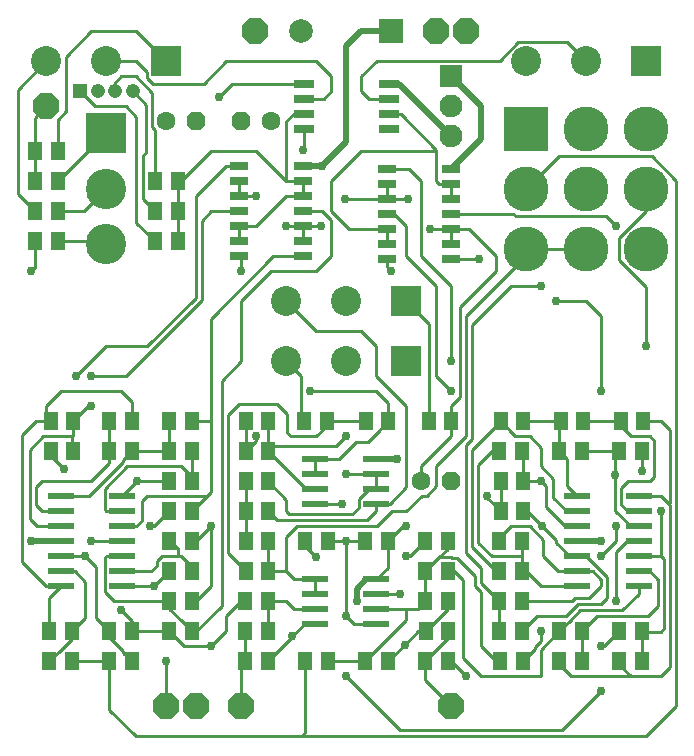
<source format=gbr>
G04 EAGLE Gerber RS-274X export*
G75*
%MOMM*%
%FSLAX34Y34*%
%LPD*%
%INTop Copper*%
%IPPOS*%
%AMOC8*
5,1,8,0,0,1.08239X$1,22.5*%
G01*
%ADD10P,2.336880X8X22.500000*%
%ADD11R,1.300000X1.500000*%
%ADD12P,1.732040X8X22.500000*%
%ADD13C,1.600200*%
%ADD14P,1.732040X8X202.500000*%
%ADD15C,2.000000*%
%ADD16R,2.000000X2.000000*%
%ADD17R,2.200000X0.600000*%
%ADD18R,1.930400X1.930400*%
%ADD19C,1.930400*%
%ADD20R,2.540000X2.540000*%
%ADD21C,2.540000*%
%ADD22R,3.416000X3.416000*%
%ADD23C,3.416000*%
%ADD24R,1.528000X0.650000*%
%ADD25R,1.208000X1.208000*%
%ADD26C,1.208000*%
%ADD27R,1.750000X0.650000*%
%ADD28R,3.816000X3.816000*%
%ADD29C,3.816000*%
%ADD30C,0.254000*%
%ADD31C,0.756400*%
%ADD32C,0.508000*%


D10*
X214630Y736600D03*
D11*
X206400Y228600D03*
X225400Y228600D03*
D12*
X165100Y660400D03*
D13*
X139700Y660400D03*
D11*
X308000Y203200D03*
X327000Y203200D03*
D14*
X203200Y660400D03*
D13*
X228600Y660400D03*
D12*
X381000Y355600D03*
D13*
X355600Y355600D03*
D15*
X254000Y736600D03*
D16*
X330200Y736600D03*
D10*
X393700Y736600D03*
X38100Y673100D03*
X368300Y736600D03*
D17*
X50200Y330200D03*
X102200Y330200D03*
X50200Y342900D03*
X50200Y317500D03*
X50200Y304800D03*
X102200Y342900D03*
X102200Y317500D03*
X102200Y304800D03*
X50200Y279400D03*
X102200Y279400D03*
X50200Y292100D03*
X50200Y266700D03*
X102200Y292100D03*
X102200Y266700D03*
D10*
X203200Y165100D03*
X165100Y165100D03*
X381000Y165100D03*
D11*
X225400Y203200D03*
X206400Y203200D03*
X377800Y279400D03*
X358800Y279400D03*
X257200Y203200D03*
X276200Y203200D03*
X358800Y304800D03*
X377800Y304800D03*
X206400Y254000D03*
X225400Y254000D03*
X358800Y254000D03*
X377800Y254000D03*
X377800Y203200D03*
X358800Y203200D03*
X130200Y609600D03*
X149200Y609600D03*
X308000Y304800D03*
X327000Y304800D03*
X257200Y304800D03*
X276200Y304800D03*
X28600Y584200D03*
X47600Y584200D03*
X47600Y609600D03*
X28600Y609600D03*
X47600Y558800D03*
X28600Y558800D03*
D18*
X381000Y698500D03*
D19*
X381000Y673100D03*
X381000Y647700D03*
D20*
X139700Y711200D03*
D21*
X88900Y711200D03*
X38100Y711200D03*
D10*
X139700Y165100D03*
D22*
X88900Y650240D03*
D23*
X88900Y603250D03*
X88900Y556260D03*
D24*
X201490Y622300D03*
X201490Y609600D03*
X201490Y596900D03*
X201490Y584200D03*
X201490Y571500D03*
X201490Y558800D03*
X201490Y546100D03*
X255710Y546100D03*
X255710Y558800D03*
X255710Y571500D03*
X255710Y584200D03*
X255710Y596900D03*
X255710Y609600D03*
X255710Y622300D03*
D11*
X47600Y635000D03*
X28600Y635000D03*
D25*
X66400Y685800D03*
D26*
X81400Y685800D03*
X96400Y685800D03*
X111400Y685800D03*
D11*
X130200Y558800D03*
X149200Y558800D03*
X130200Y584200D03*
X149200Y584200D03*
D24*
X326780Y619900D03*
X326780Y607200D03*
X326780Y594500D03*
X326780Y581800D03*
X326780Y569100D03*
X326780Y556400D03*
X326780Y543700D03*
X381000Y543700D03*
X381000Y556400D03*
X381000Y569100D03*
X381000Y581800D03*
X381000Y594500D03*
X381000Y607200D03*
X381000Y619900D03*
D17*
X265500Y260350D03*
X317500Y260350D03*
X265500Y273050D03*
X265500Y247650D03*
X265500Y234950D03*
X317500Y273050D03*
X317500Y247650D03*
X317500Y234950D03*
X265570Y361950D03*
X317570Y361950D03*
X265570Y374650D03*
X265570Y349250D03*
X265570Y336550D03*
X317570Y374650D03*
X317570Y349250D03*
X317570Y336550D03*
D11*
X40690Y203200D03*
X59690Y203200D03*
X91490Y203200D03*
X110490Y203200D03*
X40690Y228600D03*
X59690Y228600D03*
X91490Y228600D03*
X110490Y228600D03*
X91490Y406400D03*
X110490Y406400D03*
X41960Y406400D03*
X60960Y406400D03*
X60910Y381000D03*
X41910Y381000D03*
X110440Y381000D03*
X91440Y381000D03*
X161240Y381000D03*
X142240Y381000D03*
X142290Y406400D03*
X161290Y406400D03*
X161240Y330200D03*
X142240Y330200D03*
X142290Y355600D03*
X161290Y355600D03*
X142290Y304800D03*
X161290Y304800D03*
X161240Y254000D03*
X142240Y254000D03*
X161240Y228600D03*
X142240Y228600D03*
X142290Y279400D03*
X161290Y279400D03*
D17*
X487750Y330200D03*
X539750Y330200D03*
X487750Y342900D03*
X487750Y317500D03*
X487750Y304800D03*
X539750Y342900D03*
X539750Y317500D03*
X539750Y304800D03*
X487750Y279400D03*
X539750Y279400D03*
X487750Y292100D03*
X487750Y266700D03*
X539750Y292100D03*
X539750Y266700D03*
D11*
X440640Y254000D03*
X421640Y254000D03*
X421690Y228600D03*
X440690Y228600D03*
X440640Y304800D03*
X421640Y304800D03*
X441910Y330200D03*
X422910Y330200D03*
X421690Y279400D03*
X440690Y279400D03*
X421690Y381000D03*
X440690Y381000D03*
X441910Y355600D03*
X422910Y355600D03*
X441910Y406400D03*
X422910Y406400D03*
X492710Y406400D03*
X473710Y406400D03*
X472490Y381000D03*
X491490Y381000D03*
X523290Y381000D03*
X542290Y381000D03*
X543510Y406400D03*
X524510Y406400D03*
X491440Y203200D03*
X472440Y203200D03*
X523290Y203200D03*
X542290Y203200D03*
X542240Y228600D03*
X523240Y228600D03*
X472490Y228600D03*
X491490Y228600D03*
X207060Y279400D03*
X226060Y279400D03*
X256590Y406400D03*
X275590Y406400D03*
D20*
X342900Y457200D03*
D21*
X292100Y457200D03*
X241300Y457200D03*
D20*
X342900Y508000D03*
D21*
X292100Y508000D03*
X241300Y508000D03*
D11*
X308660Y406400D03*
X327660Y406400D03*
X226010Y381000D03*
X207010Y381000D03*
X207060Y406400D03*
X226060Y406400D03*
X226010Y304800D03*
X207010Y304800D03*
X207060Y330200D03*
X226060Y330200D03*
X362000Y406400D03*
X381000Y406400D03*
X226010Y355600D03*
X207010Y355600D03*
D20*
X546100Y711200D03*
D21*
X495300Y711200D03*
X444500Y711200D03*
D11*
X359460Y228600D03*
X378460Y228600D03*
D27*
X255850Y692150D03*
X255850Y679450D03*
X255850Y666750D03*
X255850Y654050D03*
X328350Y654050D03*
X328350Y666750D03*
X328350Y679450D03*
X328350Y692150D03*
D11*
X441300Y203200D03*
X422300Y203200D03*
D28*
X444500Y654050D03*
D29*
X444500Y603250D03*
X444500Y552450D03*
X495300Y654050D03*
X495300Y603250D03*
X495300Y552450D03*
X546100Y654050D03*
X546100Y603250D03*
X546100Y552450D03*
D30*
X225400Y254000D02*
X225400Y228600D01*
X247650Y247650D02*
X265500Y247650D01*
X247650Y247650D02*
X241300Y254000D01*
X225400Y254000D01*
X203200Y544390D02*
X201490Y546100D01*
X203200Y544390D02*
X203200Y533400D01*
D31*
X203200Y533400D03*
D30*
X326780Y536820D02*
X326780Y543700D01*
X326780Y536820D02*
X330200Y533400D01*
D31*
X330200Y533400D03*
X246380Y224642D03*
D30*
X246380Y224180D02*
X225400Y203200D01*
X246380Y224180D02*
X246380Y224642D01*
X265570Y336550D02*
X288290Y336550D01*
D31*
X288290Y336550D03*
D30*
X102200Y304800D02*
X76200Y304800D01*
D31*
X76200Y304800D03*
D30*
X255850Y636850D02*
X255850Y654050D01*
X255850Y636850D02*
X255270Y636270D01*
D31*
X255270Y636270D03*
D30*
X225400Y203200D02*
X228600Y200000D01*
X377800Y203200D02*
X381000Y203200D01*
X393700Y190500D01*
D31*
X393700Y190500D03*
D30*
X139700Y203200D02*
X139700Y165100D01*
D31*
X139700Y203200D03*
D30*
X529590Y304800D02*
X539750Y304800D01*
X529590Y304800D02*
X520700Y295910D01*
X520700Y254000D01*
D31*
X520700Y254000D03*
D30*
X257200Y300859D02*
X257200Y304800D01*
X257200Y300859D02*
X266330Y291730D01*
D31*
X266330Y291730D03*
D30*
X265500Y234950D02*
X256688Y234950D01*
X246380Y224642D01*
X28600Y609600D02*
X28600Y635000D01*
X28600Y663600D01*
X38100Y673100D01*
X28600Y558800D02*
X28600Y536600D01*
X25400Y533400D01*
D31*
X25400Y533400D03*
D30*
X326780Y594500D02*
X326780Y607200D01*
X381000Y569100D02*
X381000Y556400D01*
X255710Y558800D02*
X255710Y571500D01*
X201490Y596900D02*
X201490Y609600D01*
X276200Y304800D02*
X292100Y304800D01*
X308000Y304800D01*
X292100Y304800D02*
X292100Y241300D01*
X298450Y234950D01*
X317500Y234950D01*
X142240Y228600D02*
X110490Y228600D01*
X142240Y228600D02*
X150930Y219910D01*
X150930Y219522D01*
X154552Y215900D01*
X177800Y215900D02*
X190500Y228600D01*
X190500Y241300D01*
X203200Y254000D01*
X206400Y254000D01*
X177800Y215900D02*
X154552Y215900D01*
X201490Y596900D02*
X215900Y596900D01*
D31*
X215900Y596900D03*
X241300Y571500D03*
D30*
X255710Y571500D01*
X270510Y571500D01*
D31*
X270510Y571500D03*
X290830Y594360D03*
D30*
X290970Y594500D01*
X326780Y594500D01*
X344030Y594500D01*
X344170Y594360D01*
D31*
X344170Y594360D03*
X363220Y568960D03*
D30*
X363360Y569100D01*
X381000Y569100D01*
X110490Y237490D02*
X110490Y228600D01*
X110490Y237490D02*
X101600Y246380D01*
D31*
X101600Y246380D03*
X53340Y365760D03*
D30*
X41910Y377190D01*
X41910Y381000D01*
X381000Y393700D02*
X381000Y406400D01*
X381000Y393700D02*
X355600Y368300D01*
X355600Y355600D01*
X207010Y381000D02*
X207010Y406350D01*
X207060Y406400D01*
X142240Y330200D02*
X129540Y317500D01*
X125730Y317500D01*
D31*
X125730Y317500D03*
X292100Y304800D03*
D30*
X422910Y330200D02*
X422910Y355600D01*
X523240Y228600D02*
X510540Y215900D01*
X508000Y215900D01*
D31*
X508000Y215900D03*
X508000Y177800D03*
D30*
X474980Y144780D01*
D31*
X292100Y241300D03*
X292100Y190500D03*
X215794Y393725D03*
D30*
X215700Y389690D02*
X207010Y381000D01*
X215700Y389690D02*
X215700Y390078D01*
X215794Y390172D01*
X215794Y393725D01*
X381000Y419100D02*
X388620Y426720D01*
X419100Y533400D02*
X419100Y546100D01*
X396100Y569100D01*
X381000Y569100D01*
X388620Y502920D02*
X388620Y426720D01*
X388620Y502920D02*
X419100Y533400D01*
X381000Y419100D02*
X381000Y406400D01*
D31*
X508000Y292100D03*
D30*
X520700Y304800D01*
X520700Y317500D01*
D31*
X520700Y317500D03*
X542290Y364490D03*
D30*
X542290Y381000D01*
D31*
X177800Y215900D03*
D30*
X411452Y341658D02*
X422910Y330200D01*
X411452Y341658D02*
X411452Y342900D01*
D31*
X411452Y342900D03*
D30*
X292100Y190500D02*
X337820Y144780D01*
X474980Y144780D01*
D32*
X271780Y622300D02*
X255710Y622300D01*
D31*
X271780Y622300D03*
D30*
X327000Y304800D02*
X327000Y282550D01*
X317500Y273050D01*
D31*
X25400Y304800D03*
D32*
X50200Y304800D01*
X487750Y304800D02*
X508000Y304800D01*
D31*
X508000Y304800D03*
D30*
X339700Y317500D02*
X327000Y304800D01*
X339700Y317500D02*
X342900Y317500D01*
D31*
X342900Y317500D03*
D32*
X335308Y374650D02*
X317570Y374650D01*
D31*
X335308Y374650D03*
D32*
X330200Y736600D02*
X304800Y736600D01*
X292100Y723900D01*
X292100Y642620D02*
X271780Y622300D01*
X292100Y642620D02*
X292100Y723900D01*
X381000Y698500D02*
X406400Y673100D01*
X406400Y645300D02*
X381000Y619900D01*
X406400Y645300D02*
X406400Y673100D01*
D31*
X300909Y254000D03*
D32*
X300909Y264944D01*
X309016Y273050D02*
X317500Y273050D01*
X309016Y273050D02*
X300909Y264944D01*
D30*
X352450Y247650D02*
X358800Y254000D01*
X352450Y247650D02*
X342900Y247650D01*
X317500Y247650D01*
X316690Y211890D02*
X308000Y203200D01*
X316690Y211890D02*
X316690Y212278D01*
X342900Y238488D02*
X342900Y247650D01*
X342900Y238488D02*
X316690Y212278D01*
X308000Y203200D02*
X276200Y203200D01*
X358800Y254000D02*
X358800Y279400D01*
X367490Y288090D01*
X367490Y288478D01*
X377800Y298788D02*
X377800Y304800D01*
X370452Y291440D02*
X367490Y288478D01*
X370452Y291440D02*
X377800Y298788D01*
X406400Y262056D02*
X406400Y215900D01*
X419100Y203200D01*
X422300Y203200D01*
X381000Y291440D02*
X370452Y291440D01*
X381000Y291440D02*
X381730Y290710D01*
X385878Y290710D01*
X401320Y275268D01*
X401320Y267136D01*
X406400Y262056D01*
X341300Y217500D02*
X327000Y203200D01*
X341300Y217500D02*
X352400Y228600D01*
X359460Y228600D01*
X368150Y237290D01*
X368150Y237678D01*
X377800Y247328D02*
X377800Y254000D01*
X377800Y247328D02*
X368150Y237678D01*
X337820Y260350D02*
X317500Y260350D01*
D31*
X337820Y260350D03*
X341300Y217500D03*
D30*
X367490Y212278D02*
X367490Y211890D01*
X358800Y203200D01*
X378460Y223248D02*
X378460Y228600D01*
X378460Y223248D02*
X367490Y212278D01*
X358800Y203200D02*
X358800Y187300D01*
X381000Y165100D01*
X255710Y609600D02*
X241300Y609600D01*
X255710Y609600D02*
X255710Y596900D01*
X241300Y596900D01*
X215900Y571500D01*
X201490Y571500D01*
X201490Y558800D01*
X215900Y635000D02*
X177800Y635000D01*
X241300Y609600D02*
X241300Y660400D01*
X215900Y635000D02*
X241300Y609600D01*
X241300Y660400D02*
X247650Y666750D01*
X255850Y666750D01*
X177800Y635000D02*
X152400Y609600D01*
X149200Y609600D01*
X149200Y584200D01*
X149200Y558800D01*
D32*
X336550Y692150D02*
X381000Y647700D01*
X336550Y692150D02*
X328350Y692150D01*
D30*
X38100Y711200D02*
X14090Y687190D01*
X14090Y598710D02*
X28600Y584200D01*
X14090Y598710D02*
X14090Y687190D01*
X255850Y679450D02*
X273050Y679450D01*
X279400Y685800D01*
X279400Y698500D01*
X266700Y711200D01*
X190500Y711200D01*
X171450Y692150D01*
X114300Y711200D02*
X88900Y711200D01*
X114300Y711200D02*
X123190Y702310D01*
X123190Y696922D01*
X127962Y692150D01*
X171450Y692150D01*
X69850Y584200D02*
X47600Y584200D01*
X69850Y584200D02*
X88900Y603250D01*
D31*
X184150Y680720D03*
D30*
X195580Y692150D01*
X255850Y692150D01*
X103070Y210620D02*
X110490Y203200D01*
X103070Y210620D02*
X103070Y212278D01*
X91490Y223858D02*
X91490Y228600D01*
X91490Y223858D02*
X103070Y212278D01*
X91490Y228600D02*
X80010Y240080D01*
X80010Y283210D01*
X71120Y292100D01*
X50200Y292100D01*
X190500Y622300D02*
X201490Y622300D01*
X190500Y622300D02*
X165100Y596900D01*
X165100Y578684D02*
X164400Y577984D01*
X164400Y510996D01*
X123304Y469900D02*
X88900Y469900D01*
D31*
X63500Y444500D03*
X71120Y292100D03*
D30*
X165100Y578684D02*
X165100Y596900D01*
X164400Y510996D02*
X123304Y469900D01*
X88900Y469900D02*
X63500Y444500D01*
X60960Y406400D02*
X60960Y393700D01*
X59690Y393700D02*
X59690Y382220D01*
X60910Y381000D01*
X24130Y323850D02*
X30480Y317500D01*
X50200Y317500D01*
X60960Y406400D02*
X73660Y419100D01*
X76200Y419100D01*
D31*
X76200Y419100D03*
X76200Y444500D03*
D30*
X105088Y444500D02*
X169480Y508892D01*
X105088Y444500D02*
X76200Y444500D01*
X169480Y575880D02*
X177800Y584200D01*
X201490Y584200D01*
X169480Y575880D02*
X169480Y508892D01*
X35222Y393700D02*
X24130Y382608D01*
X24130Y323850D01*
X59690Y393700D02*
X60960Y393700D01*
X59690Y393700D02*
X35222Y393700D01*
X161240Y330200D02*
X173940Y342900D01*
X114300Y317500D02*
X102200Y317500D01*
X177800Y493590D02*
X230310Y546100D01*
X255710Y546100D01*
X177800Y493590D02*
X177800Y406400D01*
X177800Y346760D01*
X177800Y406400D02*
X161290Y406400D01*
X177800Y346760D02*
X173940Y342900D01*
X119230Y339278D02*
X119230Y322430D01*
X114300Y317500D01*
X122852Y342900D02*
X173940Y342900D01*
X122852Y342900D02*
X119230Y339278D01*
X152550Y237290D02*
X161240Y228600D01*
X152550Y237290D02*
X152550Y237678D01*
X142240Y247988D02*
X142240Y254000D01*
X142240Y247988D02*
X152550Y237678D01*
X95512Y254000D02*
X87390Y262122D01*
X87390Y290590D02*
X88900Y292100D01*
X102200Y292100D01*
X95512Y254000D02*
X142240Y254000D01*
X87390Y262122D02*
X87390Y290590D01*
X255710Y584200D02*
X271780Y584200D01*
X279400Y576580D01*
X279400Y546100D01*
X266700Y533400D01*
X228600Y533400D01*
X203200Y508000D01*
X203200Y457200D02*
X186690Y440690D01*
X186690Y250190D01*
X165100Y228600D01*
X161240Y228600D01*
X203200Y457200D02*
X203200Y508000D01*
X48260Y609600D02*
X47600Y609600D01*
X48260Y609600D02*
X88900Y650240D01*
X86360Y558800D02*
X47600Y558800D01*
X86360Y558800D02*
X88900Y556260D01*
X203200Y200000D02*
X203200Y165100D01*
X203200Y200000D02*
X206400Y203200D01*
X206400Y228600D01*
X139700Y711200D02*
X114300Y736600D01*
X76200Y736600D01*
X54610Y715010D01*
X47600Y661945D02*
X47600Y635000D01*
X54610Y668955D02*
X54610Y715010D01*
X54610Y668955D02*
X47600Y661945D01*
X130200Y653197D02*
X130200Y609600D01*
X130200Y653197D02*
X127889Y655508D01*
X127889Y684911D01*
X114300Y698500D02*
X101600Y698500D01*
X96400Y693300D01*
X96400Y685800D01*
X114300Y698500D02*
X127889Y684911D01*
X122809Y634297D02*
X119890Y631378D01*
X119890Y594510D02*
X130200Y584200D01*
X119890Y594510D02*
X119890Y631378D01*
X122809Y674391D02*
X111400Y685800D01*
X122809Y674391D02*
X122809Y634297D01*
X114300Y574700D02*
X130200Y558800D01*
X79100Y673100D02*
X66400Y685800D01*
X105588Y673100D02*
X114300Y664388D01*
X105588Y673100D02*
X79100Y673100D01*
X114300Y664388D02*
X114300Y574700D01*
X368300Y609600D02*
X370700Y607200D01*
X381000Y607200D01*
X368300Y635000D02*
X368300Y636568D01*
X368300Y635000D02*
X368300Y609600D01*
X381000Y607200D02*
X381000Y594500D01*
X326780Y569100D02*
X326780Y556400D01*
X328350Y666750D02*
X338118Y666750D01*
X368300Y636568D01*
X326780Y569100D02*
X294500Y569100D01*
X279400Y584200D02*
X279400Y609600D01*
X304800Y635000D01*
X279400Y584200D02*
X294500Y569100D01*
X304800Y635000D02*
X368300Y635000D01*
X453390Y241300D02*
X440690Y228600D01*
X477618Y241300D02*
X487778Y251460D01*
X508000Y251460D01*
X513080Y274320D02*
X495300Y292100D01*
X487750Y292100D01*
X477618Y241300D02*
X453390Y241300D01*
X508000Y251460D02*
X513080Y256540D01*
X513080Y274320D01*
X345300Y619900D02*
X326780Y619900D01*
X345300Y619900D02*
X355600Y609600D01*
X381000Y520700D02*
X381000Y457200D01*
D31*
X381000Y457200D03*
D30*
X355600Y546100D02*
X355600Y609600D01*
X355600Y546100D02*
X381000Y520700D01*
X441910Y330200D02*
X445365Y330200D01*
X457632Y317932D01*
D31*
X457632Y317932D03*
D30*
X469900Y305665D01*
X469900Y303262D02*
X481062Y292100D01*
X487750Y292100D01*
X469900Y303262D02*
X469900Y305665D01*
X461010Y334010D02*
X461010Y349200D01*
X461010Y334010D02*
X477520Y317500D01*
X487750Y317500D01*
X332600Y581800D02*
X326780Y581800D01*
X332600Y581800D02*
X342900Y571500D01*
X342900Y546100D01*
X368300Y520700D02*
X368300Y444500D01*
X381000Y431800D01*
D31*
X381000Y431800D03*
X456671Y356210D03*
D30*
X368300Y520700D02*
X342900Y546100D01*
X440690Y381000D02*
X441910Y379780D01*
X441910Y355600D01*
X442520Y356210D01*
X456671Y356210D01*
X461010Y351871D01*
X461010Y349200D01*
X542290Y228550D02*
X542290Y203200D01*
X542290Y228550D02*
X542240Y228600D01*
X539750Y292100D02*
X558800Y292100D01*
X561340Y289560D01*
X558750Y228550D02*
X542290Y228550D01*
X561340Y231140D02*
X561340Y289560D01*
X561340Y231140D02*
X558750Y228550D01*
X558800Y292100D02*
X558800Y330200D01*
D31*
X558800Y330200D03*
X520700Y571500D03*
D30*
X433579Y581800D02*
X381000Y581800D01*
X433579Y581800D02*
X435019Y580360D01*
X511840Y580360D02*
X520700Y571500D01*
X511840Y580360D02*
X435019Y580360D01*
X491490Y381000D02*
X523290Y381000D01*
X519860Y330702D02*
X533062Y317500D01*
X519860Y377570D02*
X523290Y381000D01*
X533062Y317500D02*
X539750Y317500D01*
X519860Y330702D02*
X519860Y360680D01*
X519860Y377570D01*
X404000Y543700D02*
X381000Y543700D01*
D31*
X469900Y508000D03*
D30*
X495300Y508000D02*
X508000Y495300D01*
X495300Y508000D02*
X469900Y508000D01*
X508000Y495300D02*
X508000Y431800D01*
D31*
X508000Y431800D03*
X519860Y360680D03*
X404000Y543700D03*
D30*
X49380Y211890D02*
X40690Y203200D01*
X49380Y211890D02*
X49380Y212278D01*
X59690Y222588D02*
X59690Y228600D01*
X59690Y222588D02*
X49380Y212278D01*
X59690Y228600D02*
X71120Y240030D01*
X71120Y270510D01*
X62230Y279400D01*
X50200Y279400D01*
X265570Y361950D02*
X265570Y374650D01*
X285750Y374650D01*
X299840Y388740D02*
X310388Y388740D01*
X318970Y397322D01*
X318970Y397710D01*
X327660Y406400D01*
X299840Y388740D02*
X285750Y374650D01*
X327660Y406400D02*
X327660Y421640D01*
X317500Y431800D01*
X261620Y431800D01*
D31*
X261620Y431800D03*
D30*
X91490Y406400D02*
X91490Y381050D01*
X91440Y381000D01*
X50200Y330200D02*
X34290Y330200D01*
X29210Y335280D01*
X29210Y350618D01*
X34192Y355600D02*
X76200Y355600D01*
X91440Y370840D01*
X91440Y381000D01*
X34192Y355600D02*
X29210Y350618D01*
X103020Y371922D02*
X103020Y373580D01*
X110440Y381000D01*
X103020Y371922D02*
X73998Y342900D01*
X50200Y342900D01*
X110440Y381000D02*
X142240Y381000D01*
X142240Y406350D01*
X142290Y406400D01*
X161290Y359410D02*
X161290Y355600D01*
X161290Y359410D02*
X152400Y368300D01*
X88900Y330200D02*
X87390Y331710D01*
X88900Y330200D02*
X102200Y330200D01*
X106582Y368300D02*
X152400Y368300D01*
X106582Y368300D02*
X87390Y349108D01*
X87390Y331710D01*
X161240Y355650D02*
X161240Y381000D01*
X161240Y355650D02*
X161290Y355600D01*
X177800Y317500D02*
X177800Y266700D01*
X165100Y254000D01*
X161240Y254000D01*
X102200Y342900D02*
X114900Y355600D01*
X142290Y355600D01*
D31*
X177800Y317500D03*
D30*
X165100Y304800D01*
X161290Y304800D01*
D31*
X114900Y355600D03*
D30*
X161290Y283210D02*
X161290Y279400D01*
X161290Y283210D02*
X152400Y292100D01*
X131980Y288478D02*
X131980Y284380D01*
X127000Y279400D01*
X102200Y279400D01*
X149860Y292100D02*
X152400Y292100D01*
X149860Y292100D02*
X135602Y292100D01*
X131980Y288478D01*
X143172Y304800D02*
X149860Y298112D01*
X143172Y304800D02*
X142290Y304800D01*
X149860Y298112D02*
X149860Y292100D01*
X142290Y279400D02*
X129590Y266700D01*
X102200Y266700D01*
X346100Y292100D02*
X358800Y304800D01*
X346100Y292100D02*
X342900Y292100D01*
D31*
X342900Y292100D03*
X129590Y266700D03*
D30*
X483133Y254000D02*
X485673Y256540D01*
X508000Y266700D02*
X508000Y272216D01*
X500816Y279400D02*
X487750Y279400D01*
X483133Y254000D02*
X440640Y254000D01*
X500816Y279400D02*
X508000Y272216D01*
X421640Y304800D02*
X421640Y307340D01*
X431800Y317500D01*
X447328Y317500D02*
X458505Y306323D01*
X458505Y292100D01*
X471205Y279400D01*
X487750Y279400D01*
X447328Y317500D02*
X431800Y317500D01*
X497840Y256540D02*
X508000Y266700D01*
X497840Y256540D02*
X485673Y256540D01*
X241300Y340310D02*
X226010Y355600D01*
X241300Y340310D02*
X241300Y330200D01*
X243840Y327660D01*
X297180Y327660D02*
X302760Y333240D01*
X302760Y341128D01*
X297180Y327660D02*
X243840Y327660D01*
X310882Y349250D02*
X317570Y349250D01*
X310882Y349250D02*
X302760Y341128D01*
X317570Y349250D02*
X317570Y361950D01*
X292100Y361950D01*
D31*
X292100Y361950D03*
D30*
X419100Y279400D02*
X421690Y279400D01*
X398780Y382270D02*
X422910Y406400D01*
X431600Y397710D01*
X431600Y397322D01*
X435222Y393700D01*
X447378Y393700D02*
X457200Y383878D01*
X478522Y330200D02*
X487750Y330200D01*
X447378Y393700D02*
X435222Y393700D01*
X457200Y383878D02*
X457200Y368300D01*
X398780Y299720D02*
X419100Y279400D01*
X398780Y299720D02*
X398780Y382270D01*
X457200Y368300D02*
X467410Y358090D01*
X467410Y341312D01*
X478522Y330200D01*
X487750Y342900D02*
X478825Y351825D01*
X472490Y381000D02*
X472490Y405180D01*
X473710Y406400D01*
X441910Y406400D01*
X472490Y381000D02*
X478825Y374665D01*
X478825Y351825D01*
X492710Y406400D02*
X524510Y406400D01*
X524510Y402590D01*
X533400Y393700D01*
X552600Y390078D02*
X552600Y359222D01*
X552600Y390078D02*
X548978Y393700D01*
X533400Y393700D01*
X530522Y330200D02*
X539750Y330200D01*
X530522Y330200D02*
X524940Y335782D01*
X524940Y349680D01*
X530860Y355600D01*
X548978Y355600D02*
X552600Y359222D01*
X548978Y355600D02*
X530860Y355600D01*
X539750Y342900D02*
X558800Y342900D01*
X565150Y336550D01*
X566420Y335280D01*
X566420Y198120D01*
X523290Y200610D02*
X523290Y203200D01*
X523290Y200610D02*
X533400Y190500D01*
X558800Y190500D02*
X566420Y198120D01*
X558800Y190500D02*
X533400Y190500D01*
X472440Y200660D02*
X472440Y203200D01*
X472440Y200660D02*
X482600Y190500D01*
X533400Y190500D01*
X543510Y406400D02*
X558800Y406400D01*
X566420Y398780D01*
X566420Y337820D02*
X565150Y336550D01*
X566420Y337820D02*
X566420Y398780D01*
X491490Y203250D02*
X491440Y203200D01*
X491490Y203250D02*
X491490Y228600D01*
X548978Y279400D02*
X556260Y272118D01*
X556260Y250190D02*
X547370Y241300D01*
X504190Y241300D02*
X491490Y228600D01*
X539750Y279400D02*
X548978Y279400D01*
X556260Y272118D02*
X556260Y250190D01*
X547370Y241300D02*
X504190Y241300D01*
X207060Y279400D02*
X191770Y294690D01*
X191770Y411768D01*
X201113Y421111D01*
X275590Y406400D02*
X308660Y406400D01*
X275590Y406400D02*
X275590Y402590D01*
X266700Y393700D01*
X244822Y393700D02*
X241450Y397072D01*
X241450Y412938D01*
X233277Y421111D01*
X244822Y393700D02*
X266700Y393700D01*
X233277Y421111D02*
X201113Y421111D01*
X254000Y408990D02*
X256590Y406400D01*
X254000Y444500D02*
X241300Y457200D01*
X254000Y444500D02*
X254000Y408990D01*
X226060Y406400D02*
X226060Y381050D01*
X226010Y381000D01*
X257760Y349250D01*
X265570Y349250D01*
D31*
X292100Y393700D03*
D30*
X283670Y385270D02*
X230280Y385270D01*
X226010Y381000D01*
X283670Y385270D02*
X292100Y393700D01*
X226060Y330200D02*
X233680Y322580D01*
X309880Y322580D02*
X317570Y330270D01*
X317570Y336550D01*
X309880Y322580D02*
X233680Y322580D01*
X317570Y336550D02*
X328930Y336550D01*
X342900Y350520D01*
X342900Y419100D01*
X317500Y444500D01*
X317500Y469900D01*
X304800Y482600D01*
X266700Y482600D02*
X241300Y508000D01*
X266700Y482600D02*
X304800Y482600D01*
X362000Y488900D02*
X362000Y406400D01*
X362000Y488900D02*
X342900Y508000D01*
X207060Y330200D02*
X207010Y330150D01*
X207010Y304800D01*
X207060Y330200D02*
X207010Y330250D01*
X207010Y355600D01*
X311150Y679450D02*
X328350Y679450D01*
X311150Y679450D02*
X304800Y685800D01*
X304800Y698500D01*
X318262Y711962D01*
X421913Y711962D02*
X437661Y727710D01*
X478790Y727710D02*
X495300Y711200D01*
X478790Y727710D02*
X437661Y727710D01*
X421913Y711962D02*
X318262Y711962D01*
X377800Y279400D02*
X383540Y279400D01*
X391160Y271780D01*
X472490Y228600D02*
X481180Y237290D01*
X481180Y237678D01*
X489882Y246380D01*
X525780Y246380D01*
X539750Y260350D01*
X539750Y266700D01*
X391160Y271780D02*
X391160Y230852D01*
X457200Y213310D02*
X457200Y190500D01*
X406400Y190500D01*
X391160Y205740D01*
X391160Y230852D01*
X457200Y213310D02*
X472490Y228600D01*
X523210Y542969D02*
X523210Y561931D01*
X546100Y584821D02*
X546100Y603250D01*
X546100Y520079D02*
X546100Y469900D01*
X523210Y561931D02*
X546100Y584821D01*
X523210Y542969D02*
X546100Y520079D01*
D31*
X457200Y228600D03*
D30*
X452120Y214020D02*
X441300Y203200D01*
X452120Y214020D02*
X452120Y215414D01*
X457200Y220494D02*
X457200Y228600D01*
X457200Y220494D02*
X452120Y215414D01*
D31*
X546100Y469900D03*
D30*
X265500Y273050D02*
X247650Y273050D01*
X241300Y279400D01*
X226060Y279400D01*
X226060Y304750D01*
X226010Y304800D01*
X265500Y273050D02*
X265500Y260350D01*
X241300Y308288D02*
X250512Y317500D01*
X393700Y393700D02*
X393700Y495300D01*
X431800Y533400D01*
X241300Y308288D02*
X241300Y279400D01*
X330608Y330200D02*
X342900Y330200D01*
X330608Y330200D02*
X317908Y317500D01*
X250512Y317500D01*
X342900Y330200D02*
X356036Y343336D01*
X360039Y343336D01*
X368300Y351597D01*
X368300Y368300D01*
X393700Y393700D01*
X444500Y552450D02*
X495300Y552450D01*
X444500Y552450D02*
X444500Y546100D01*
X431800Y533400D01*
X40690Y257190D02*
X40690Y228600D01*
X40690Y257190D02*
X50200Y266700D01*
X38100Y266700D01*
X17780Y287020D01*
X17780Y394970D01*
X29210Y406400D02*
X41960Y406400D01*
X29210Y406400D02*
X17780Y394970D01*
X38100Y410260D02*
X41960Y406400D01*
X38100Y410260D02*
X38100Y419100D01*
X50800Y431800D01*
X101600Y431800D01*
X110490Y422910D01*
X110490Y406400D01*
X440690Y292100D02*
X440690Y279400D01*
X440690Y292100D02*
X440690Y304750D01*
X440640Y304800D01*
X421690Y381000D02*
X415340Y381000D01*
X403860Y369520D01*
X403860Y303192D02*
X414952Y292100D01*
X440690Y292100D01*
X403860Y303192D02*
X403860Y369520D01*
X440690Y279400D02*
X444500Y279400D01*
X457200Y266700D01*
X487750Y266700D01*
X571500Y165100D02*
X571500Y571500D01*
X546100Y139700D02*
X254000Y139700D01*
X114300Y139700D01*
X91490Y162510D01*
X91490Y203200D01*
X546100Y139700D02*
X571500Y165100D01*
X91490Y203200D02*
X59690Y203200D01*
X257200Y203200D02*
X257200Y142900D01*
X254000Y139700D01*
X444500Y603250D02*
X472410Y631160D01*
X550561Y631160D02*
X571500Y610221D01*
X571500Y571500D01*
X550561Y631160D02*
X472410Y631160D01*
X398780Y391596D02*
X393700Y386516D01*
X398780Y391596D02*
X398780Y487680D01*
X431800Y520700D01*
X393700Y386516D02*
X393700Y294640D01*
D31*
X457200Y520700D03*
D30*
X431800Y520700D01*
X393700Y294640D02*
X406400Y281940D01*
X406400Y269240D02*
X421640Y254000D01*
X406400Y269240D02*
X406400Y281940D01*
X421640Y228650D02*
X421690Y228600D01*
X421640Y228650D02*
X421640Y254000D01*
M02*

</source>
